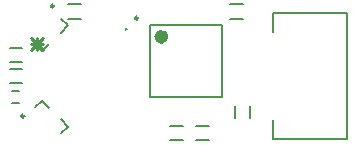
<source format=gto>
G04*
G04 #@! TF.GenerationSoftware,Altium Limited,Altium Designer,21.6.4 (81)*
G04*
G04 Layer_Color=65535*
%FSLAX44Y44*%
%MOMM*%
G71*
G04*
G04 #@! TF.SameCoordinates,42E99185-249E-4A08-A5EB-3BBFC5BDC6E3*
G04*
G04*
G04 #@! TF.FilePolarity,Positive*
G04*
G01*
G75*
%ADD10C,0.2500*%
%ADD11C,0.6000*%
%ADD12C,0.1524*%
%ADD13C,0.2000*%
%ADD14C,0.2540*%
D10*
X40876Y122636D02*
G03*
X40876Y122636I-1250J0D01*
G01*
X112150Y112450D02*
G03*
X112150Y112450I-1250J0D01*
G01*
X15774Y29466D02*
G03*
X15774Y29466I-1250J0D01*
G01*
D11*
X134900Y96700D02*
G03*
X134900Y96700I-3000J0D01*
G01*
D12*
X101498Y102143D02*
G03*
X101498Y103597I229J727D01*
G01*
X226646Y117221D02*
X289130D01*
Y9779D02*
Y117221D01*
X226646Y9779D02*
X289130D01*
X226646Y100383D02*
Y117221D01*
Y9779D02*
Y26617D01*
D13*
X190330Y111860D02*
X200830D01*
X190330Y124360D02*
X200830D01*
X30787Y84452D02*
X36974Y90640D01*
X25130Y90110D02*
X30787Y84452D01*
X46520Y100186D02*
X52708Y106373D01*
X47050Y112030D02*
X52708Y106373D01*
X3450Y69750D02*
X13950D01*
X3450Y57250D02*
X13950D01*
X121900Y45700D02*
Y106700D01*
X182900Y45700D02*
Y106700D01*
X121900D02*
X182900D01*
X121900Y45700D02*
X182900D01*
X5280Y50970D02*
X11580D01*
X5280Y40470D02*
X11580D01*
X161310Y8990D02*
X171810D01*
X161310Y21490D02*
X171810D01*
X53170Y111860D02*
X63670D01*
X53170Y124360D02*
X63670D01*
X25130Y36890D02*
X30787Y42547D01*
X36974Y36360D01*
X47050Y14970D02*
X52708Y20627D01*
X46520Y26814D02*
X52708Y20627D01*
X194410Y27770D02*
Y38270D01*
X206910Y27770D02*
Y38270D01*
X3640Y75030D02*
X14140D01*
X3640Y87530D02*
X14140D01*
X139530Y8990D02*
X150030D01*
X139530Y21490D02*
X150030D01*
D14*
X21590Y95754D02*
X31747Y85597D01*
X21590D02*
X31747Y95754D01*
X21590Y90675D02*
X31747D01*
X26668Y85597D02*
Y95754D01*
M02*

</source>
